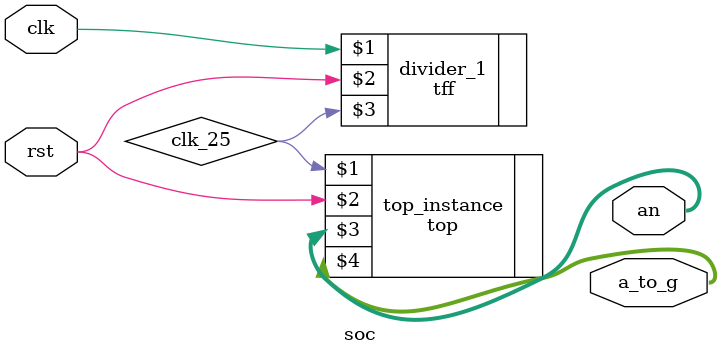
<source format=sv>
module soc (
    input logic clk, rst,
     output logic [7:0] an,
    output logic [6:0] a_to_g
);

logic clk_50, clk_25;

    tff divider_1 (clk, rst, clk_25);
   
    top top_instance (clk_25,rst, an, a_to_g);
    
endmodule
</source>
